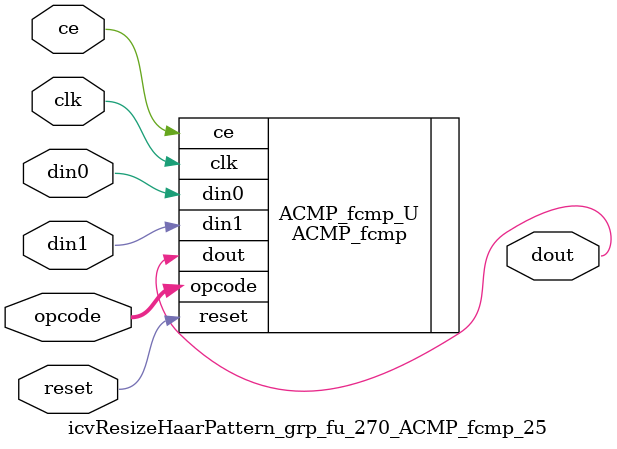
<source format=v>

`timescale 1 ns / 1 ps
module icvResizeHaarPattern_grp_fu_270_ACMP_fcmp_25(
    clk,
    reset,
    ce,
    din0,
    din1,
    opcode,
    dout);

parameter ID = 32'd1;
parameter NUM_STAGE = 32'd1;
parameter din0_WIDTH = 32'd1;
parameter din1_WIDTH = 32'd1;
parameter dout_WIDTH = 32'd1;
input clk;
input reset;
input ce;
input[din0_WIDTH - 1:0] din0;
input[din1_WIDTH - 1:0] din1;
input[5 - 1:0] opcode;
output[dout_WIDTH - 1:0] dout;



ACMP_fcmp #(
.ID( ID ),
.NUM_STAGE( 3 ),
.din0_WIDTH( din0_WIDTH ),
.din1_WIDTH( din1_WIDTH ),
.dout_WIDTH( dout_WIDTH ))
ACMP_fcmp_U(
    .clk( clk ),
    .reset( reset ),
    .ce( ce ),
    .din0( din0 ),
    .din1( din1 ),
    .dout( dout ),
    .opcode( opcode ));

endmodule

</source>
